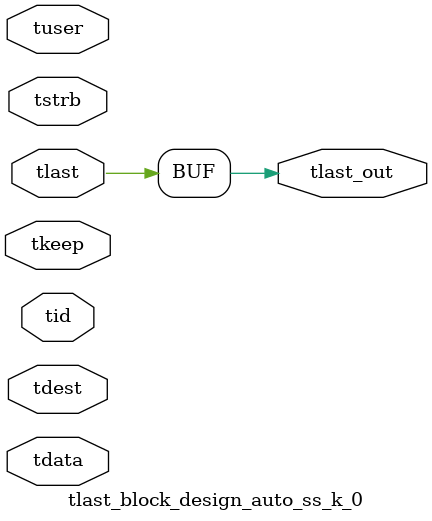
<source format=v>


`timescale 1ps/1ps

module tlast_block_design_auto_ss_k_0 #
(
parameter C_S_AXIS_TID_WIDTH   = 1,
parameter C_S_AXIS_TUSER_WIDTH = 0,
parameter C_S_AXIS_TDATA_WIDTH = 0,
parameter C_S_AXIS_TDEST_WIDTH = 0
)
(
input  [(C_S_AXIS_TID_WIDTH   == 0 ? 1 : C_S_AXIS_TID_WIDTH)-1:0       ] tid,
input  [(C_S_AXIS_TDATA_WIDTH == 0 ? 1 : C_S_AXIS_TDATA_WIDTH)-1:0     ] tdata,
input  [(C_S_AXIS_TUSER_WIDTH == 0 ? 1 : C_S_AXIS_TUSER_WIDTH)-1:0     ] tuser,
input  [(C_S_AXIS_TDEST_WIDTH == 0 ? 1 : C_S_AXIS_TDEST_WIDTH)-1:0     ] tdest,
input  [(C_S_AXIS_TDATA_WIDTH/8)-1:0 ] tkeep,
input  [(C_S_AXIS_TDATA_WIDTH/8)-1:0 ] tstrb,
input  [0:0]                                                             tlast,
output                                                                   tlast_out
);

assign tlast_out = {tlast[0]};

endmodule


</source>
